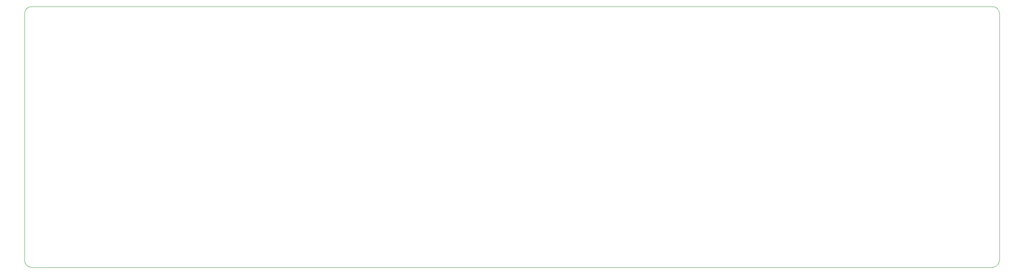
<source format=gbr>
%TF.GenerationSoftware,KiCad,Pcbnew,(6.0.6)*%
%TF.CreationDate,2022-07-16T11:48:02+07:00*%
%TF.ProjectId,pocket,706f636b-6574-42e6-9b69-6361645f7063,rev?*%
%TF.SameCoordinates,Original*%
%TF.FileFunction,Profile,NP*%
%FSLAX46Y46*%
G04 Gerber Fmt 4.6, Leading zero omitted, Abs format (unit mm)*
G04 Created by KiCad (PCBNEW (6.0.6)) date 2022-07-16 11:48:02*
%MOMM*%
%LPD*%
G01*
G04 APERTURE LIST*
%TA.AperFunction,Profile*%
%ADD10C,0.100000*%
%TD*%
G04 APERTURE END LIST*
D10*
X39687500Y-132556250D02*
X39687500Y-75406250D01*
X263525000Y-134143700D02*
G75*
G03*
X265112500Y-132556250I0J1587500D01*
G01*
X265112550Y-75406250D02*
G75*
G03*
X263525000Y-73818750I-1587550J-50D01*
G01*
X263525000Y-134143750D02*
X41275000Y-134143750D01*
X39687450Y-132556250D02*
G75*
G03*
X41275000Y-134143750I1587550J50D01*
G01*
X41275000Y-73818750D02*
G75*
G03*
X39687500Y-75406250I0J-1587500D01*
G01*
X41275000Y-73818750D02*
X263525000Y-73818750D01*
X265112500Y-75406250D02*
X265112500Y-132556250D01*
M02*

</source>
